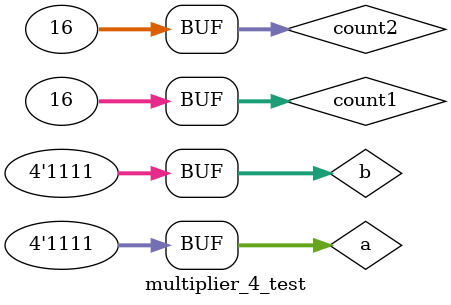
<source format=v>
module multiplier_4_test;
	wire [7:0]p;
	reg [3:0]a, b;
	multiplier_4 gate(p, a, b);
	integer count1,count2;
	initial
	for(count1=0; count1<16; count1=count1+1) begin
		for(count2=0; count2<16; count2=count2+1) begin
			#10 a=count1; b=count2;
		end
	#10;
	end
endmodule 
</source>
